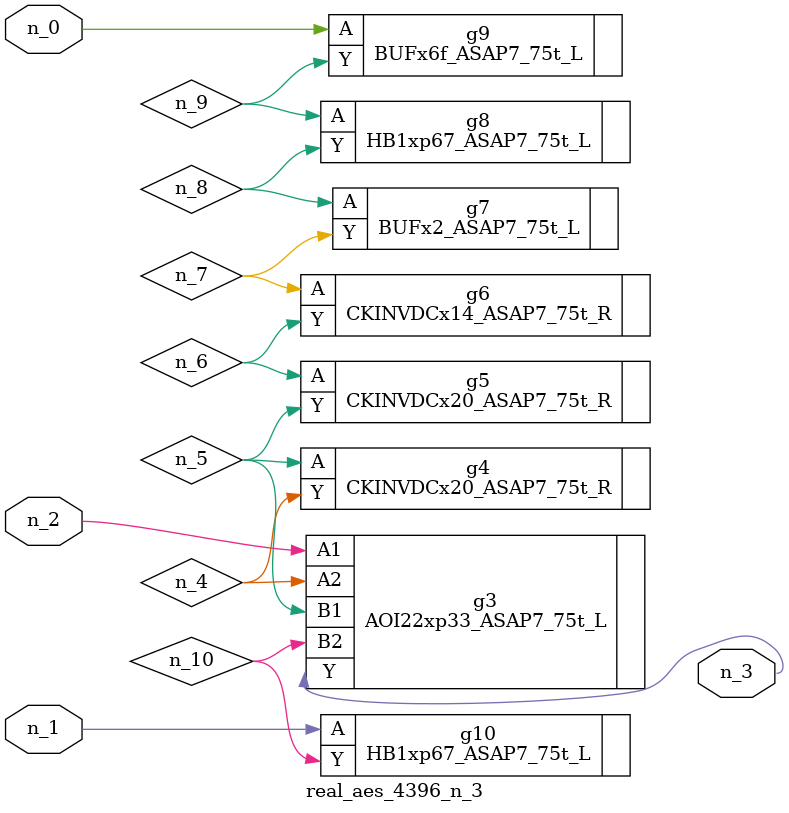
<source format=v>
module real_aes_4396_n_3 (n_0, n_2, n_1, n_3);
input n_0;
input n_2;
input n_1;
output n_3;
wire n_4;
wire n_5;
wire n_7;
wire n_8;
wire n_6;
wire n_9;
wire n_10;
BUFx6f_ASAP7_75t_L g9 ( .A(n_0), .Y(n_9) );
HB1xp67_ASAP7_75t_L g10 ( .A(n_1), .Y(n_10) );
AOI22xp33_ASAP7_75t_L g3 ( .A1(n_2), .A2(n_4), .B1(n_5), .B2(n_10), .Y(n_3) );
CKINVDCx20_ASAP7_75t_R g4 ( .A(n_5), .Y(n_4) );
CKINVDCx20_ASAP7_75t_R g5 ( .A(n_6), .Y(n_5) );
CKINVDCx14_ASAP7_75t_R g6 ( .A(n_7), .Y(n_6) );
BUFx2_ASAP7_75t_L g7 ( .A(n_8), .Y(n_7) );
HB1xp67_ASAP7_75t_L g8 ( .A(n_9), .Y(n_8) );
endmodule
</source>
